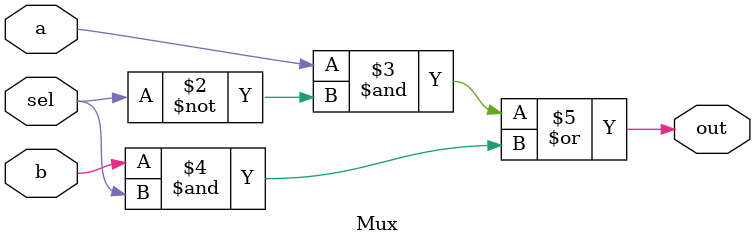
<source format=v>
module Mux(input a, input b,input sel, output reg out);
  //input a,b,sel;
  //output out;
  
  always @ (sel)
  begin
    out <= (a & ~sel) | (b &sel);
  end
  
endmodule
</source>
